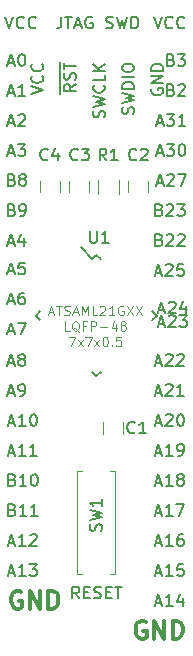
<source format=gto>
G04 #@! TF.GenerationSoftware,KiCad,Pcbnew,(5.0.0)*
G04 #@! TF.CreationDate,2018-08-22T23:15:02+02:00*
G04 #@! TF.ProjectId,SAML_BreakoutBoard,53414D4C5F427265616B6F7574426F61,rev?*
G04 #@! TF.SameCoordinates,Original*
G04 #@! TF.FileFunction,Legend,Top*
G04 #@! TF.FilePolarity,Positive*
%FSLAX46Y46*%
G04 Gerber Fmt 4.6, Leading zero omitted, Abs format (unit mm)*
G04 Created by KiCad (PCBNEW (5.0.0)) date 08/22/18 23:15:02*
%MOMM*%
%LPD*%
G01*
G04 APERTURE LIST*
%ADD10C,0.120000*%
%ADD11C,0.150000*%
%ADD12C,0.300000*%
G04 APERTURE END LIST*
D10*
X118935990Y-110217733D02*
X119316942Y-110217733D01*
X118859800Y-110446304D02*
X119126466Y-109646304D01*
X119393133Y-110446304D01*
X119545514Y-109646304D02*
X120002657Y-109646304D01*
X119774085Y-110446304D02*
X119774085Y-109646304D01*
X120231228Y-110408209D02*
X120345514Y-110446304D01*
X120535990Y-110446304D01*
X120612180Y-110408209D01*
X120650276Y-110370114D01*
X120688371Y-110293923D01*
X120688371Y-110217733D01*
X120650276Y-110141542D01*
X120612180Y-110103447D01*
X120535990Y-110065352D01*
X120383609Y-110027257D01*
X120307419Y-109989161D01*
X120269323Y-109951066D01*
X120231228Y-109874876D01*
X120231228Y-109798685D01*
X120269323Y-109722495D01*
X120307419Y-109684400D01*
X120383609Y-109646304D01*
X120574085Y-109646304D01*
X120688371Y-109684400D01*
X120993133Y-110217733D02*
X121374085Y-110217733D01*
X120916942Y-110446304D02*
X121183609Y-109646304D01*
X121450276Y-110446304D01*
X121716942Y-110446304D02*
X121716942Y-109646304D01*
X121983609Y-110217733D01*
X122250276Y-109646304D01*
X122250276Y-110446304D01*
X123012180Y-110446304D02*
X122631228Y-110446304D01*
X122631228Y-109646304D01*
X123240752Y-109722495D02*
X123278847Y-109684400D01*
X123355038Y-109646304D01*
X123545514Y-109646304D01*
X123621704Y-109684400D01*
X123659800Y-109722495D01*
X123697895Y-109798685D01*
X123697895Y-109874876D01*
X123659800Y-109989161D01*
X123202657Y-110446304D01*
X123697895Y-110446304D01*
X124459800Y-110446304D02*
X124002657Y-110446304D01*
X124231228Y-110446304D02*
X124231228Y-109646304D01*
X124155038Y-109760590D01*
X124078847Y-109836780D01*
X124002657Y-109874876D01*
X125221704Y-109684400D02*
X125145514Y-109646304D01*
X125031228Y-109646304D01*
X124916942Y-109684400D01*
X124840752Y-109760590D01*
X124802657Y-109836780D01*
X124764561Y-109989161D01*
X124764561Y-110103447D01*
X124802657Y-110255828D01*
X124840752Y-110332019D01*
X124916942Y-110408209D01*
X125031228Y-110446304D01*
X125107419Y-110446304D01*
X125221704Y-110408209D01*
X125259800Y-110370114D01*
X125259800Y-110103447D01*
X125107419Y-110103447D01*
X125526466Y-109646304D02*
X126059800Y-110446304D01*
X126059800Y-109646304D02*
X125526466Y-110446304D01*
X126288371Y-109646304D02*
X126821704Y-110446304D01*
X126821704Y-109646304D02*
X126288371Y-110446304D01*
X120688371Y-111766304D02*
X120307419Y-111766304D01*
X120307419Y-110966304D01*
X121488371Y-111842495D02*
X121412180Y-111804400D01*
X121335990Y-111728209D01*
X121221704Y-111613923D01*
X121145514Y-111575828D01*
X121069323Y-111575828D01*
X121107419Y-111766304D02*
X121031228Y-111728209D01*
X120955038Y-111652019D01*
X120916942Y-111499638D01*
X120916942Y-111232971D01*
X120955038Y-111080590D01*
X121031228Y-111004400D01*
X121107419Y-110966304D01*
X121259800Y-110966304D01*
X121335990Y-111004400D01*
X121412180Y-111080590D01*
X121450276Y-111232971D01*
X121450276Y-111499638D01*
X121412180Y-111652019D01*
X121335990Y-111728209D01*
X121259800Y-111766304D01*
X121107419Y-111766304D01*
X122059800Y-111347257D02*
X121793133Y-111347257D01*
X121793133Y-111766304D02*
X121793133Y-110966304D01*
X122174085Y-110966304D01*
X122478847Y-111766304D02*
X122478847Y-110966304D01*
X122783609Y-110966304D01*
X122859800Y-111004400D01*
X122897895Y-111042495D01*
X122935990Y-111118685D01*
X122935990Y-111232971D01*
X122897895Y-111309161D01*
X122859800Y-111347257D01*
X122783609Y-111385352D01*
X122478847Y-111385352D01*
X123278847Y-111461542D02*
X123888371Y-111461542D01*
X124612180Y-111232971D02*
X124612180Y-111766304D01*
X124421704Y-110928209D02*
X124231228Y-111499638D01*
X124726466Y-111499638D01*
X125145514Y-111309161D02*
X125069323Y-111271066D01*
X125031228Y-111232971D01*
X124993133Y-111156780D01*
X124993133Y-111118685D01*
X125031228Y-111042495D01*
X125069323Y-111004400D01*
X125145514Y-110966304D01*
X125297895Y-110966304D01*
X125374085Y-111004400D01*
X125412180Y-111042495D01*
X125450276Y-111118685D01*
X125450276Y-111156780D01*
X125412180Y-111232971D01*
X125374085Y-111271066D01*
X125297895Y-111309161D01*
X125145514Y-111309161D01*
X125069323Y-111347257D01*
X125031228Y-111385352D01*
X124993133Y-111461542D01*
X124993133Y-111613923D01*
X125031228Y-111690114D01*
X125069323Y-111728209D01*
X125145514Y-111766304D01*
X125297895Y-111766304D01*
X125374085Y-111728209D01*
X125412180Y-111690114D01*
X125450276Y-111613923D01*
X125450276Y-111461542D01*
X125412180Y-111385352D01*
X125374085Y-111347257D01*
X125297895Y-111309161D01*
X120612180Y-112286304D02*
X121145514Y-112286304D01*
X120802657Y-113086304D01*
X121374085Y-113086304D02*
X121793133Y-112552971D01*
X121374085Y-112552971D02*
X121793133Y-113086304D01*
X122021704Y-112286304D02*
X122555038Y-112286304D01*
X122212180Y-113086304D01*
X122783609Y-113086304D02*
X123202657Y-112552971D01*
X122783609Y-112552971D02*
X123202657Y-113086304D01*
X123659800Y-112286304D02*
X123735990Y-112286304D01*
X123812180Y-112324400D01*
X123850276Y-112362495D01*
X123888371Y-112438685D01*
X123926466Y-112591066D01*
X123926466Y-112781542D01*
X123888371Y-112933923D01*
X123850276Y-113010114D01*
X123812180Y-113048209D01*
X123735990Y-113086304D01*
X123659800Y-113086304D01*
X123583609Y-113048209D01*
X123545514Y-113010114D01*
X123507419Y-112933923D01*
X123469323Y-112781542D01*
X123469323Y-112591066D01*
X123507419Y-112438685D01*
X123545514Y-112362495D01*
X123583609Y-112324400D01*
X123659800Y-112286304D01*
X124269323Y-113010114D02*
X124307419Y-113048209D01*
X124269323Y-113086304D01*
X124231228Y-113048209D01*
X124269323Y-113010114D01*
X124269323Y-113086304D01*
X125031228Y-112286304D02*
X124650276Y-112286304D01*
X124612180Y-112667257D01*
X124650276Y-112629161D01*
X124726466Y-112591066D01*
X124916942Y-112591066D01*
X124993133Y-112629161D01*
X125031228Y-112667257D01*
X125069323Y-112743447D01*
X125069323Y-112933923D01*
X125031228Y-113010114D01*
X124993133Y-113048209D01*
X124916942Y-113086304D01*
X124726466Y-113086304D01*
X124650276Y-113048209D01*
X124612180Y-113010114D01*
D11*
X127825666Y-85177380D02*
X128159000Y-86177380D01*
X128492333Y-85177380D01*
X129397095Y-86082142D02*
X129349476Y-86129761D01*
X129206619Y-86177380D01*
X129111380Y-86177380D01*
X128968523Y-86129761D01*
X128873285Y-86034523D01*
X128825666Y-85939285D01*
X128778047Y-85748809D01*
X128778047Y-85605952D01*
X128825666Y-85415476D01*
X128873285Y-85320238D01*
X128968523Y-85225000D01*
X129111380Y-85177380D01*
X129206619Y-85177380D01*
X129349476Y-85225000D01*
X129397095Y-85272619D01*
X130397095Y-86082142D02*
X130349476Y-86129761D01*
X130206619Y-86177380D01*
X130111380Y-86177380D01*
X129968523Y-86129761D01*
X129873285Y-86034523D01*
X129825666Y-85939285D01*
X129778047Y-85748809D01*
X129778047Y-85605952D01*
X129825666Y-85415476D01*
X129873285Y-85320238D01*
X129968523Y-85225000D01*
X130111380Y-85177380D01*
X130206619Y-85177380D01*
X130349476Y-85225000D01*
X130397095Y-85272619D01*
X115252666Y-85177380D02*
X115586000Y-86177380D01*
X115919333Y-85177380D01*
X116824095Y-86082142D02*
X116776476Y-86129761D01*
X116633619Y-86177380D01*
X116538380Y-86177380D01*
X116395523Y-86129761D01*
X116300285Y-86034523D01*
X116252666Y-85939285D01*
X116205047Y-85748809D01*
X116205047Y-85605952D01*
X116252666Y-85415476D01*
X116300285Y-85320238D01*
X116395523Y-85225000D01*
X116538380Y-85177380D01*
X116633619Y-85177380D01*
X116776476Y-85225000D01*
X116824095Y-85272619D01*
X117824095Y-86082142D02*
X117776476Y-86129761D01*
X117633619Y-86177380D01*
X117538380Y-86177380D01*
X117395523Y-86129761D01*
X117300285Y-86034523D01*
X117252666Y-85939285D01*
X117205047Y-85748809D01*
X117205047Y-85605952D01*
X117252666Y-85415476D01*
X117300285Y-85320238D01*
X117395523Y-85225000D01*
X117538380Y-85177380D01*
X117633619Y-85177380D01*
X117776476Y-85225000D01*
X117824095Y-85272619D01*
X119967761Y-85177380D02*
X119967761Y-85891666D01*
X119920142Y-86034523D01*
X119824904Y-86129761D01*
X119682047Y-86177380D01*
X119586809Y-86177380D01*
X120301095Y-85177380D02*
X120872523Y-85177380D01*
X120586809Y-86177380D02*
X120586809Y-85177380D01*
X121158238Y-85891666D02*
X121634428Y-85891666D01*
X121063000Y-86177380D02*
X121396333Y-85177380D01*
X121729666Y-86177380D01*
X122586809Y-85225000D02*
X122491571Y-85177380D01*
X122348714Y-85177380D01*
X122205857Y-85225000D01*
X122110619Y-85320238D01*
X122063000Y-85415476D01*
X122015380Y-85605952D01*
X122015380Y-85748809D01*
X122063000Y-85939285D01*
X122110619Y-86034523D01*
X122205857Y-86129761D01*
X122348714Y-86177380D01*
X122443952Y-86177380D01*
X122586809Y-86129761D01*
X122634428Y-86082142D01*
X122634428Y-85748809D01*
X122443952Y-85748809D01*
X123777285Y-86129761D02*
X123920142Y-86177380D01*
X124158238Y-86177380D01*
X124253476Y-86129761D01*
X124301095Y-86082142D01*
X124348714Y-85986904D01*
X124348714Y-85891666D01*
X124301095Y-85796428D01*
X124253476Y-85748809D01*
X124158238Y-85701190D01*
X123967761Y-85653571D01*
X123872523Y-85605952D01*
X123824904Y-85558333D01*
X123777285Y-85463095D01*
X123777285Y-85367857D01*
X123824904Y-85272619D01*
X123872523Y-85225000D01*
X123967761Y-85177380D01*
X124205857Y-85177380D01*
X124348714Y-85225000D01*
X124682047Y-85177380D02*
X124920142Y-86177380D01*
X125110619Y-85463095D01*
X125301095Y-86177380D01*
X125539190Y-85177380D01*
X125920142Y-86177380D02*
X125920142Y-85177380D01*
X126158238Y-85177380D01*
X126301095Y-85225000D01*
X126396333Y-85320238D01*
X126443952Y-85415476D01*
X126491571Y-85605952D01*
X126491571Y-85748809D01*
X126443952Y-85939285D01*
X126396333Y-86034523D01*
X126301095Y-86129761D01*
X126158238Y-86177380D01*
X125920142Y-86177380D01*
D12*
X116586142Y-133870000D02*
X116443285Y-133798571D01*
X116229000Y-133798571D01*
X116014714Y-133870000D01*
X115871857Y-134012857D01*
X115800428Y-134155714D01*
X115729000Y-134441428D01*
X115729000Y-134655714D01*
X115800428Y-134941428D01*
X115871857Y-135084285D01*
X116014714Y-135227142D01*
X116229000Y-135298571D01*
X116371857Y-135298571D01*
X116586142Y-135227142D01*
X116657571Y-135155714D01*
X116657571Y-134655714D01*
X116371857Y-134655714D01*
X117300428Y-135298571D02*
X117300428Y-133798571D01*
X118157571Y-135298571D01*
X118157571Y-133798571D01*
X118871857Y-135298571D02*
X118871857Y-133798571D01*
X119229000Y-133798571D01*
X119443285Y-133870000D01*
X119586142Y-134012857D01*
X119657571Y-134155714D01*
X119729000Y-134441428D01*
X119729000Y-134655714D01*
X119657571Y-134941428D01*
X119586142Y-135084285D01*
X119443285Y-135227142D01*
X119229000Y-135298571D01*
X118871857Y-135298571D01*
X127127142Y-136410000D02*
X126984285Y-136338571D01*
X126770000Y-136338571D01*
X126555714Y-136410000D01*
X126412857Y-136552857D01*
X126341428Y-136695714D01*
X126270000Y-136981428D01*
X126270000Y-137195714D01*
X126341428Y-137481428D01*
X126412857Y-137624285D01*
X126555714Y-137767142D01*
X126770000Y-137838571D01*
X126912857Y-137838571D01*
X127127142Y-137767142D01*
X127198571Y-137695714D01*
X127198571Y-137195714D01*
X126912857Y-137195714D01*
X127841428Y-137838571D02*
X127841428Y-136338571D01*
X128698571Y-137838571D01*
X128698571Y-136338571D01*
X129412857Y-137838571D02*
X129412857Y-136338571D01*
X129770000Y-136338571D01*
X129984285Y-136410000D01*
X130127142Y-136552857D01*
X130198571Y-136695714D01*
X130270000Y-136981428D01*
X130270000Y-137195714D01*
X130198571Y-137481428D01*
X130127142Y-137624285D01*
X129984285Y-137767142D01*
X129770000Y-137838571D01*
X129412857Y-137838571D01*
D11*
X121483619Y-134437380D02*
X121150285Y-133961190D01*
X120912190Y-134437380D02*
X120912190Y-133437380D01*
X121293142Y-133437380D01*
X121388380Y-133485000D01*
X121436000Y-133532619D01*
X121483619Y-133627857D01*
X121483619Y-133770714D01*
X121436000Y-133865952D01*
X121388380Y-133913571D01*
X121293142Y-133961190D01*
X120912190Y-133961190D01*
X121912190Y-133913571D02*
X122245523Y-133913571D01*
X122388380Y-134437380D02*
X121912190Y-134437380D01*
X121912190Y-133437380D01*
X122388380Y-133437380D01*
X122769333Y-134389761D02*
X122912190Y-134437380D01*
X123150285Y-134437380D01*
X123245523Y-134389761D01*
X123293142Y-134342142D01*
X123340761Y-134246904D01*
X123340761Y-134151666D01*
X123293142Y-134056428D01*
X123245523Y-134008809D01*
X123150285Y-133961190D01*
X122959809Y-133913571D01*
X122864571Y-133865952D01*
X122816952Y-133818333D01*
X122769333Y-133723095D01*
X122769333Y-133627857D01*
X122816952Y-133532619D01*
X122864571Y-133485000D01*
X122959809Y-133437380D01*
X123197904Y-133437380D01*
X123340761Y-133485000D01*
X123769333Y-133913571D02*
X124102666Y-133913571D01*
X124245523Y-134437380D02*
X123769333Y-134437380D01*
X123769333Y-133437380D01*
X124245523Y-133437380D01*
X124531238Y-133437380D02*
X125102666Y-133437380D01*
X124816952Y-134437380D02*
X124816952Y-133437380D01*
X129262238Y-88828571D02*
X129405095Y-88876190D01*
X129452714Y-88923809D01*
X129500333Y-89019047D01*
X129500333Y-89161904D01*
X129452714Y-89257142D01*
X129405095Y-89304761D01*
X129309857Y-89352380D01*
X128928904Y-89352380D01*
X128928904Y-88352380D01*
X129262238Y-88352380D01*
X129357476Y-88400000D01*
X129405095Y-88447619D01*
X129452714Y-88542857D01*
X129452714Y-88638095D01*
X129405095Y-88733333D01*
X129357476Y-88780952D01*
X129262238Y-88828571D01*
X128928904Y-88828571D01*
X129833666Y-88352380D02*
X130452714Y-88352380D01*
X130119380Y-88733333D01*
X130262238Y-88733333D01*
X130357476Y-88780952D01*
X130405095Y-88828571D01*
X130452714Y-88923809D01*
X130452714Y-89161904D01*
X130405095Y-89257142D01*
X130357476Y-89304761D01*
X130262238Y-89352380D01*
X129976523Y-89352380D01*
X129881285Y-89304761D01*
X129833666Y-89257142D01*
X129262238Y-91368571D02*
X129405095Y-91416190D01*
X129452714Y-91463809D01*
X129500333Y-91559047D01*
X129500333Y-91701904D01*
X129452714Y-91797142D01*
X129405095Y-91844761D01*
X129309857Y-91892380D01*
X128928904Y-91892380D01*
X128928904Y-90892380D01*
X129262238Y-90892380D01*
X129357476Y-90940000D01*
X129405095Y-90987619D01*
X129452714Y-91082857D01*
X129452714Y-91178095D01*
X129405095Y-91273333D01*
X129357476Y-91320952D01*
X129262238Y-91368571D01*
X128928904Y-91368571D01*
X129881285Y-90987619D02*
X129928904Y-90940000D01*
X130024142Y-90892380D01*
X130262238Y-90892380D01*
X130357476Y-90940000D01*
X130405095Y-90987619D01*
X130452714Y-91082857D01*
X130452714Y-91178095D01*
X130405095Y-91320952D01*
X129833666Y-91892380D01*
X130452714Y-91892380D01*
X128095523Y-94146666D02*
X128571714Y-94146666D01*
X128000285Y-94432380D02*
X128333619Y-93432380D01*
X128666952Y-94432380D01*
X128905047Y-93432380D02*
X129524095Y-93432380D01*
X129190761Y-93813333D01*
X129333619Y-93813333D01*
X129428857Y-93860952D01*
X129476476Y-93908571D01*
X129524095Y-94003809D01*
X129524095Y-94241904D01*
X129476476Y-94337142D01*
X129428857Y-94384761D01*
X129333619Y-94432380D01*
X129047904Y-94432380D01*
X128952666Y-94384761D01*
X128905047Y-94337142D01*
X130476476Y-94432380D02*
X129905047Y-94432380D01*
X130190761Y-94432380D02*
X130190761Y-93432380D01*
X130095523Y-93575238D01*
X130000285Y-93670476D01*
X129905047Y-93718095D01*
X128095523Y-96686666D02*
X128571714Y-96686666D01*
X128000285Y-96972380D02*
X128333619Y-95972380D01*
X128666952Y-96972380D01*
X128905047Y-95972380D02*
X129524095Y-95972380D01*
X129190761Y-96353333D01*
X129333619Y-96353333D01*
X129428857Y-96400952D01*
X129476476Y-96448571D01*
X129524095Y-96543809D01*
X129524095Y-96781904D01*
X129476476Y-96877142D01*
X129428857Y-96924761D01*
X129333619Y-96972380D01*
X129047904Y-96972380D01*
X128952666Y-96924761D01*
X128905047Y-96877142D01*
X130143142Y-95972380D02*
X130238380Y-95972380D01*
X130333619Y-96020000D01*
X130381238Y-96067619D01*
X130428857Y-96162857D01*
X130476476Y-96353333D01*
X130476476Y-96591428D01*
X130428857Y-96781904D01*
X130381238Y-96877142D01*
X130333619Y-96924761D01*
X130238380Y-96972380D01*
X130143142Y-96972380D01*
X130047904Y-96924761D01*
X130000285Y-96877142D01*
X129952666Y-96781904D01*
X129905047Y-96591428D01*
X129905047Y-96353333D01*
X129952666Y-96162857D01*
X130000285Y-96067619D01*
X130047904Y-96020000D01*
X130143142Y-95972380D01*
X128095523Y-99226666D02*
X128571714Y-99226666D01*
X128000285Y-99512380D02*
X128333619Y-98512380D01*
X128666952Y-99512380D01*
X128952666Y-98607619D02*
X129000285Y-98560000D01*
X129095523Y-98512380D01*
X129333619Y-98512380D01*
X129428857Y-98560000D01*
X129476476Y-98607619D01*
X129524095Y-98702857D01*
X129524095Y-98798095D01*
X129476476Y-98940952D01*
X128905047Y-99512380D01*
X129524095Y-99512380D01*
X129857428Y-98512380D02*
X130524095Y-98512380D01*
X130095523Y-99512380D01*
X128278047Y-101528571D02*
X128420904Y-101576190D01*
X128468523Y-101623809D01*
X128516142Y-101719047D01*
X128516142Y-101861904D01*
X128468523Y-101957142D01*
X128420904Y-102004761D01*
X128325666Y-102052380D01*
X127944714Y-102052380D01*
X127944714Y-101052380D01*
X128278047Y-101052380D01*
X128373285Y-101100000D01*
X128420904Y-101147619D01*
X128468523Y-101242857D01*
X128468523Y-101338095D01*
X128420904Y-101433333D01*
X128373285Y-101480952D01*
X128278047Y-101528571D01*
X127944714Y-101528571D01*
X128897095Y-101147619D02*
X128944714Y-101100000D01*
X129039952Y-101052380D01*
X129278047Y-101052380D01*
X129373285Y-101100000D01*
X129420904Y-101147619D01*
X129468523Y-101242857D01*
X129468523Y-101338095D01*
X129420904Y-101480952D01*
X128849476Y-102052380D01*
X129468523Y-102052380D01*
X129801857Y-101052380D02*
X130420904Y-101052380D01*
X130087571Y-101433333D01*
X130230428Y-101433333D01*
X130325666Y-101480952D01*
X130373285Y-101528571D01*
X130420904Y-101623809D01*
X130420904Y-101861904D01*
X130373285Y-101957142D01*
X130325666Y-102004761D01*
X130230428Y-102052380D01*
X129944714Y-102052380D01*
X129849476Y-102004761D01*
X129801857Y-101957142D01*
X128278047Y-104068571D02*
X128420904Y-104116190D01*
X128468523Y-104163809D01*
X128516142Y-104259047D01*
X128516142Y-104401904D01*
X128468523Y-104497142D01*
X128420904Y-104544761D01*
X128325666Y-104592380D01*
X127944714Y-104592380D01*
X127944714Y-103592380D01*
X128278047Y-103592380D01*
X128373285Y-103640000D01*
X128420904Y-103687619D01*
X128468523Y-103782857D01*
X128468523Y-103878095D01*
X128420904Y-103973333D01*
X128373285Y-104020952D01*
X128278047Y-104068571D01*
X127944714Y-104068571D01*
X128897095Y-103687619D02*
X128944714Y-103640000D01*
X129039952Y-103592380D01*
X129278047Y-103592380D01*
X129373285Y-103640000D01*
X129420904Y-103687619D01*
X129468523Y-103782857D01*
X129468523Y-103878095D01*
X129420904Y-104020952D01*
X128849476Y-104592380D01*
X129468523Y-104592380D01*
X129849476Y-103687619D02*
X129897095Y-103640000D01*
X129992333Y-103592380D01*
X130230428Y-103592380D01*
X130325666Y-103640000D01*
X130373285Y-103687619D01*
X130420904Y-103782857D01*
X130420904Y-103878095D01*
X130373285Y-104020952D01*
X129801857Y-104592380D01*
X130420904Y-104592380D01*
X127968523Y-106846666D02*
X128444714Y-106846666D01*
X127873285Y-107132380D02*
X128206619Y-106132380D01*
X128539952Y-107132380D01*
X128825666Y-106227619D02*
X128873285Y-106180000D01*
X128968523Y-106132380D01*
X129206619Y-106132380D01*
X129301857Y-106180000D01*
X129349476Y-106227619D01*
X129397095Y-106322857D01*
X129397095Y-106418095D01*
X129349476Y-106560952D01*
X128778047Y-107132380D01*
X129397095Y-107132380D01*
X130301857Y-106132380D02*
X129825666Y-106132380D01*
X129778047Y-106608571D01*
X129825666Y-106560952D01*
X129920904Y-106513333D01*
X130159000Y-106513333D01*
X130254238Y-106560952D01*
X130301857Y-106608571D01*
X130349476Y-106703809D01*
X130349476Y-106941904D01*
X130301857Y-107037142D01*
X130254238Y-107084761D01*
X130159000Y-107132380D01*
X129920904Y-107132380D01*
X129825666Y-107084761D01*
X129778047Y-107037142D01*
X128222523Y-110021666D02*
X128698714Y-110021666D01*
X128127285Y-110307380D02*
X128460619Y-109307380D01*
X128793952Y-110307380D01*
X129079666Y-109402619D02*
X129127285Y-109355000D01*
X129222523Y-109307380D01*
X129460619Y-109307380D01*
X129555857Y-109355000D01*
X129603476Y-109402619D01*
X129651095Y-109497857D01*
X129651095Y-109593095D01*
X129603476Y-109735952D01*
X129032047Y-110307380D01*
X129651095Y-110307380D01*
X130508238Y-109640714D02*
X130508238Y-110307380D01*
X130270142Y-109259761D02*
X130032047Y-109974047D01*
X130651095Y-109974047D01*
X128222523Y-111164666D02*
X128698714Y-111164666D01*
X128127285Y-111450380D02*
X128460619Y-110450380D01*
X128793952Y-111450380D01*
X129079666Y-110545619D02*
X129127285Y-110498000D01*
X129222523Y-110450380D01*
X129460619Y-110450380D01*
X129555857Y-110498000D01*
X129603476Y-110545619D01*
X129651095Y-110640857D01*
X129651095Y-110736095D01*
X129603476Y-110878952D01*
X129032047Y-111450380D01*
X129651095Y-111450380D01*
X129984428Y-110450380D02*
X130603476Y-110450380D01*
X130270142Y-110831333D01*
X130413000Y-110831333D01*
X130508238Y-110878952D01*
X130555857Y-110926571D01*
X130603476Y-111021809D01*
X130603476Y-111259904D01*
X130555857Y-111355142D01*
X130508238Y-111402761D01*
X130413000Y-111450380D01*
X130127285Y-111450380D01*
X130032047Y-111402761D01*
X129984428Y-111355142D01*
X127968523Y-114466666D02*
X128444714Y-114466666D01*
X127873285Y-114752380D02*
X128206619Y-113752380D01*
X128539952Y-114752380D01*
X128825666Y-113847619D02*
X128873285Y-113800000D01*
X128968523Y-113752380D01*
X129206619Y-113752380D01*
X129301857Y-113800000D01*
X129349476Y-113847619D01*
X129397095Y-113942857D01*
X129397095Y-114038095D01*
X129349476Y-114180952D01*
X128778047Y-114752380D01*
X129397095Y-114752380D01*
X129778047Y-113847619D02*
X129825666Y-113800000D01*
X129920904Y-113752380D01*
X130159000Y-113752380D01*
X130254238Y-113800000D01*
X130301857Y-113847619D01*
X130349476Y-113942857D01*
X130349476Y-114038095D01*
X130301857Y-114180952D01*
X129730428Y-114752380D01*
X130349476Y-114752380D01*
X127968523Y-117006666D02*
X128444714Y-117006666D01*
X127873285Y-117292380D02*
X128206619Y-116292380D01*
X128539952Y-117292380D01*
X128825666Y-116387619D02*
X128873285Y-116340000D01*
X128968523Y-116292380D01*
X129206619Y-116292380D01*
X129301857Y-116340000D01*
X129349476Y-116387619D01*
X129397095Y-116482857D01*
X129397095Y-116578095D01*
X129349476Y-116720952D01*
X128778047Y-117292380D01*
X129397095Y-117292380D01*
X130349476Y-117292380D02*
X129778047Y-117292380D01*
X130063761Y-117292380D02*
X130063761Y-116292380D01*
X129968523Y-116435238D01*
X129873285Y-116530476D01*
X129778047Y-116578095D01*
X127968523Y-119546666D02*
X128444714Y-119546666D01*
X127873285Y-119832380D02*
X128206619Y-118832380D01*
X128539952Y-119832380D01*
X128825666Y-118927619D02*
X128873285Y-118880000D01*
X128968523Y-118832380D01*
X129206619Y-118832380D01*
X129301857Y-118880000D01*
X129349476Y-118927619D01*
X129397095Y-119022857D01*
X129397095Y-119118095D01*
X129349476Y-119260952D01*
X128778047Y-119832380D01*
X129397095Y-119832380D01*
X130016142Y-118832380D02*
X130111380Y-118832380D01*
X130206619Y-118880000D01*
X130254238Y-118927619D01*
X130301857Y-119022857D01*
X130349476Y-119213333D01*
X130349476Y-119451428D01*
X130301857Y-119641904D01*
X130254238Y-119737142D01*
X130206619Y-119784761D01*
X130111380Y-119832380D01*
X130016142Y-119832380D01*
X129920904Y-119784761D01*
X129873285Y-119737142D01*
X129825666Y-119641904D01*
X129778047Y-119451428D01*
X129778047Y-119213333D01*
X129825666Y-119022857D01*
X129873285Y-118927619D01*
X129920904Y-118880000D01*
X130016142Y-118832380D01*
X127968523Y-122086666D02*
X128444714Y-122086666D01*
X127873285Y-122372380D02*
X128206619Y-121372380D01*
X128539952Y-122372380D01*
X129397095Y-122372380D02*
X128825666Y-122372380D01*
X129111380Y-122372380D02*
X129111380Y-121372380D01*
X129016142Y-121515238D01*
X128920904Y-121610476D01*
X128825666Y-121658095D01*
X129873285Y-122372380D02*
X130063761Y-122372380D01*
X130159000Y-122324761D01*
X130206619Y-122277142D01*
X130301857Y-122134285D01*
X130349476Y-121943809D01*
X130349476Y-121562857D01*
X130301857Y-121467619D01*
X130254238Y-121420000D01*
X130159000Y-121372380D01*
X129968523Y-121372380D01*
X129873285Y-121420000D01*
X129825666Y-121467619D01*
X129778047Y-121562857D01*
X129778047Y-121800952D01*
X129825666Y-121896190D01*
X129873285Y-121943809D01*
X129968523Y-121991428D01*
X130159000Y-121991428D01*
X130254238Y-121943809D01*
X130301857Y-121896190D01*
X130349476Y-121800952D01*
X127968523Y-124626666D02*
X128444714Y-124626666D01*
X127873285Y-124912380D02*
X128206619Y-123912380D01*
X128539952Y-124912380D01*
X129397095Y-124912380D02*
X128825666Y-124912380D01*
X129111380Y-124912380D02*
X129111380Y-123912380D01*
X129016142Y-124055238D01*
X128920904Y-124150476D01*
X128825666Y-124198095D01*
X129968523Y-124340952D02*
X129873285Y-124293333D01*
X129825666Y-124245714D01*
X129778047Y-124150476D01*
X129778047Y-124102857D01*
X129825666Y-124007619D01*
X129873285Y-123960000D01*
X129968523Y-123912380D01*
X130159000Y-123912380D01*
X130254238Y-123960000D01*
X130301857Y-124007619D01*
X130349476Y-124102857D01*
X130349476Y-124150476D01*
X130301857Y-124245714D01*
X130254238Y-124293333D01*
X130159000Y-124340952D01*
X129968523Y-124340952D01*
X129873285Y-124388571D01*
X129825666Y-124436190D01*
X129778047Y-124531428D01*
X129778047Y-124721904D01*
X129825666Y-124817142D01*
X129873285Y-124864761D01*
X129968523Y-124912380D01*
X130159000Y-124912380D01*
X130254238Y-124864761D01*
X130301857Y-124817142D01*
X130349476Y-124721904D01*
X130349476Y-124531428D01*
X130301857Y-124436190D01*
X130254238Y-124388571D01*
X130159000Y-124340952D01*
X127968523Y-127166666D02*
X128444714Y-127166666D01*
X127873285Y-127452380D02*
X128206619Y-126452380D01*
X128539952Y-127452380D01*
X129397095Y-127452380D02*
X128825666Y-127452380D01*
X129111380Y-127452380D02*
X129111380Y-126452380D01*
X129016142Y-126595238D01*
X128920904Y-126690476D01*
X128825666Y-126738095D01*
X129730428Y-126452380D02*
X130397095Y-126452380D01*
X129968523Y-127452380D01*
X127968523Y-129706666D02*
X128444714Y-129706666D01*
X127873285Y-129992380D02*
X128206619Y-128992380D01*
X128539952Y-129992380D01*
X129397095Y-129992380D02*
X128825666Y-129992380D01*
X129111380Y-129992380D02*
X129111380Y-128992380D01*
X129016142Y-129135238D01*
X128920904Y-129230476D01*
X128825666Y-129278095D01*
X130254238Y-128992380D02*
X130063761Y-128992380D01*
X129968523Y-129040000D01*
X129920904Y-129087619D01*
X129825666Y-129230476D01*
X129778047Y-129420952D01*
X129778047Y-129801904D01*
X129825666Y-129897142D01*
X129873285Y-129944761D01*
X129968523Y-129992380D01*
X130159000Y-129992380D01*
X130254238Y-129944761D01*
X130301857Y-129897142D01*
X130349476Y-129801904D01*
X130349476Y-129563809D01*
X130301857Y-129468571D01*
X130254238Y-129420952D01*
X130159000Y-129373333D01*
X129968523Y-129373333D01*
X129873285Y-129420952D01*
X129825666Y-129468571D01*
X129778047Y-129563809D01*
X127968523Y-132246666D02*
X128444714Y-132246666D01*
X127873285Y-132532380D02*
X128206619Y-131532380D01*
X128539952Y-132532380D01*
X129397095Y-132532380D02*
X128825666Y-132532380D01*
X129111380Y-132532380D02*
X129111380Y-131532380D01*
X129016142Y-131675238D01*
X128920904Y-131770476D01*
X128825666Y-131818095D01*
X130301857Y-131532380D02*
X129825666Y-131532380D01*
X129778047Y-132008571D01*
X129825666Y-131960952D01*
X129920904Y-131913333D01*
X130159000Y-131913333D01*
X130254238Y-131960952D01*
X130301857Y-132008571D01*
X130349476Y-132103809D01*
X130349476Y-132341904D01*
X130301857Y-132437142D01*
X130254238Y-132484761D01*
X130159000Y-132532380D01*
X129920904Y-132532380D01*
X129825666Y-132484761D01*
X129778047Y-132437142D01*
X127968523Y-134786666D02*
X128444714Y-134786666D01*
X127873285Y-135072380D02*
X128206619Y-134072380D01*
X128539952Y-135072380D01*
X129397095Y-135072380D02*
X128825666Y-135072380D01*
X129111380Y-135072380D02*
X129111380Y-134072380D01*
X129016142Y-134215238D01*
X128920904Y-134310476D01*
X128825666Y-134358095D01*
X130254238Y-134405714D02*
X130254238Y-135072380D01*
X130016142Y-134024761D02*
X129778047Y-134739047D01*
X130397095Y-134739047D01*
X115522523Y-132246666D02*
X115998714Y-132246666D01*
X115427285Y-132532380D02*
X115760619Y-131532380D01*
X116093952Y-132532380D01*
X116951095Y-132532380D02*
X116379666Y-132532380D01*
X116665380Y-132532380D02*
X116665380Y-131532380D01*
X116570142Y-131675238D01*
X116474904Y-131770476D01*
X116379666Y-131818095D01*
X117284428Y-131532380D02*
X117903476Y-131532380D01*
X117570142Y-131913333D01*
X117713000Y-131913333D01*
X117808238Y-131960952D01*
X117855857Y-132008571D01*
X117903476Y-132103809D01*
X117903476Y-132341904D01*
X117855857Y-132437142D01*
X117808238Y-132484761D01*
X117713000Y-132532380D01*
X117427285Y-132532380D01*
X117332047Y-132484761D01*
X117284428Y-132437142D01*
X115522523Y-129706666D02*
X115998714Y-129706666D01*
X115427285Y-129992380D02*
X115760619Y-128992380D01*
X116093952Y-129992380D01*
X116951095Y-129992380D02*
X116379666Y-129992380D01*
X116665380Y-129992380D02*
X116665380Y-128992380D01*
X116570142Y-129135238D01*
X116474904Y-129230476D01*
X116379666Y-129278095D01*
X117332047Y-129087619D02*
X117379666Y-129040000D01*
X117474904Y-128992380D01*
X117713000Y-128992380D01*
X117808238Y-129040000D01*
X117855857Y-129087619D01*
X117903476Y-129182857D01*
X117903476Y-129278095D01*
X117855857Y-129420952D01*
X117284428Y-129992380D01*
X117903476Y-129992380D01*
X115832047Y-126928571D02*
X115974904Y-126976190D01*
X116022523Y-127023809D01*
X116070142Y-127119047D01*
X116070142Y-127261904D01*
X116022523Y-127357142D01*
X115974904Y-127404761D01*
X115879666Y-127452380D01*
X115498714Y-127452380D01*
X115498714Y-126452380D01*
X115832047Y-126452380D01*
X115927285Y-126500000D01*
X115974904Y-126547619D01*
X116022523Y-126642857D01*
X116022523Y-126738095D01*
X115974904Y-126833333D01*
X115927285Y-126880952D01*
X115832047Y-126928571D01*
X115498714Y-126928571D01*
X117022523Y-127452380D02*
X116451095Y-127452380D01*
X116736809Y-127452380D02*
X116736809Y-126452380D01*
X116641571Y-126595238D01*
X116546333Y-126690476D01*
X116451095Y-126738095D01*
X117974904Y-127452380D02*
X117403476Y-127452380D01*
X117689190Y-127452380D02*
X117689190Y-126452380D01*
X117593952Y-126595238D01*
X117498714Y-126690476D01*
X117403476Y-126738095D01*
X115832047Y-124388571D02*
X115974904Y-124436190D01*
X116022523Y-124483809D01*
X116070142Y-124579047D01*
X116070142Y-124721904D01*
X116022523Y-124817142D01*
X115974904Y-124864761D01*
X115879666Y-124912380D01*
X115498714Y-124912380D01*
X115498714Y-123912380D01*
X115832047Y-123912380D01*
X115927285Y-123960000D01*
X115974904Y-124007619D01*
X116022523Y-124102857D01*
X116022523Y-124198095D01*
X115974904Y-124293333D01*
X115927285Y-124340952D01*
X115832047Y-124388571D01*
X115498714Y-124388571D01*
X117022523Y-124912380D02*
X116451095Y-124912380D01*
X116736809Y-124912380D02*
X116736809Y-123912380D01*
X116641571Y-124055238D01*
X116546333Y-124150476D01*
X116451095Y-124198095D01*
X117641571Y-123912380D02*
X117736809Y-123912380D01*
X117832047Y-123960000D01*
X117879666Y-124007619D01*
X117927285Y-124102857D01*
X117974904Y-124293333D01*
X117974904Y-124531428D01*
X117927285Y-124721904D01*
X117879666Y-124817142D01*
X117832047Y-124864761D01*
X117736809Y-124912380D01*
X117641571Y-124912380D01*
X117546333Y-124864761D01*
X117498714Y-124817142D01*
X117451095Y-124721904D01*
X117403476Y-124531428D01*
X117403476Y-124293333D01*
X117451095Y-124102857D01*
X117498714Y-124007619D01*
X117546333Y-123960000D01*
X117641571Y-123912380D01*
X115522523Y-122086666D02*
X115998714Y-122086666D01*
X115427285Y-122372380D02*
X115760619Y-121372380D01*
X116093952Y-122372380D01*
X116951095Y-122372380D02*
X116379666Y-122372380D01*
X116665380Y-122372380D02*
X116665380Y-121372380D01*
X116570142Y-121515238D01*
X116474904Y-121610476D01*
X116379666Y-121658095D01*
X117903476Y-122372380D02*
X117332047Y-122372380D01*
X117617761Y-122372380D02*
X117617761Y-121372380D01*
X117522523Y-121515238D01*
X117427285Y-121610476D01*
X117332047Y-121658095D01*
X115522523Y-119546666D02*
X115998714Y-119546666D01*
X115427285Y-119832380D02*
X115760619Y-118832380D01*
X116093952Y-119832380D01*
X116951095Y-119832380D02*
X116379666Y-119832380D01*
X116665380Y-119832380D02*
X116665380Y-118832380D01*
X116570142Y-118975238D01*
X116474904Y-119070476D01*
X116379666Y-119118095D01*
X117570142Y-118832380D02*
X117665380Y-118832380D01*
X117760619Y-118880000D01*
X117808238Y-118927619D01*
X117855857Y-119022857D01*
X117903476Y-119213333D01*
X117903476Y-119451428D01*
X117855857Y-119641904D01*
X117808238Y-119737142D01*
X117760619Y-119784761D01*
X117665380Y-119832380D01*
X117570142Y-119832380D01*
X117474904Y-119784761D01*
X117427285Y-119737142D01*
X117379666Y-119641904D01*
X117332047Y-119451428D01*
X117332047Y-119213333D01*
X117379666Y-119022857D01*
X117427285Y-118927619D01*
X117474904Y-118880000D01*
X117570142Y-118832380D01*
X115490714Y-117006666D02*
X115966904Y-117006666D01*
X115395476Y-117292380D02*
X115728809Y-116292380D01*
X116062142Y-117292380D01*
X116443095Y-117292380D02*
X116633571Y-117292380D01*
X116728809Y-117244761D01*
X116776428Y-117197142D01*
X116871666Y-117054285D01*
X116919285Y-116863809D01*
X116919285Y-116482857D01*
X116871666Y-116387619D01*
X116824047Y-116340000D01*
X116728809Y-116292380D01*
X116538333Y-116292380D01*
X116443095Y-116340000D01*
X116395476Y-116387619D01*
X116347857Y-116482857D01*
X116347857Y-116720952D01*
X116395476Y-116816190D01*
X116443095Y-116863809D01*
X116538333Y-116911428D01*
X116728809Y-116911428D01*
X116824047Y-116863809D01*
X116871666Y-116816190D01*
X116919285Y-116720952D01*
X115490714Y-114466666D02*
X115966904Y-114466666D01*
X115395476Y-114752380D02*
X115728809Y-113752380D01*
X116062142Y-114752380D01*
X116538333Y-114180952D02*
X116443095Y-114133333D01*
X116395476Y-114085714D01*
X116347857Y-113990476D01*
X116347857Y-113942857D01*
X116395476Y-113847619D01*
X116443095Y-113800000D01*
X116538333Y-113752380D01*
X116728809Y-113752380D01*
X116824047Y-113800000D01*
X116871666Y-113847619D01*
X116919285Y-113942857D01*
X116919285Y-113990476D01*
X116871666Y-114085714D01*
X116824047Y-114133333D01*
X116728809Y-114180952D01*
X116538333Y-114180952D01*
X116443095Y-114228571D01*
X116395476Y-114276190D01*
X116347857Y-114371428D01*
X116347857Y-114561904D01*
X116395476Y-114657142D01*
X116443095Y-114704761D01*
X116538333Y-114752380D01*
X116728809Y-114752380D01*
X116824047Y-114704761D01*
X116871666Y-114657142D01*
X116919285Y-114561904D01*
X116919285Y-114371428D01*
X116871666Y-114276190D01*
X116824047Y-114228571D01*
X116728809Y-114180952D01*
X115490714Y-111799666D02*
X115966904Y-111799666D01*
X115395476Y-112085380D02*
X115728809Y-111085380D01*
X116062142Y-112085380D01*
X116300238Y-111085380D02*
X116966904Y-111085380D01*
X116538333Y-112085380D01*
X115490714Y-109259666D02*
X115966904Y-109259666D01*
X115395476Y-109545380D02*
X115728809Y-108545380D01*
X116062142Y-109545380D01*
X116824047Y-108545380D02*
X116633571Y-108545380D01*
X116538333Y-108593000D01*
X116490714Y-108640619D01*
X116395476Y-108783476D01*
X116347857Y-108973952D01*
X116347857Y-109354904D01*
X116395476Y-109450142D01*
X116443095Y-109497761D01*
X116538333Y-109545380D01*
X116728809Y-109545380D01*
X116824047Y-109497761D01*
X116871666Y-109450142D01*
X116919285Y-109354904D01*
X116919285Y-109116809D01*
X116871666Y-109021571D01*
X116824047Y-108973952D01*
X116728809Y-108926333D01*
X116538333Y-108926333D01*
X116443095Y-108973952D01*
X116395476Y-109021571D01*
X116347857Y-109116809D01*
X115490714Y-106719666D02*
X115966904Y-106719666D01*
X115395476Y-107005380D02*
X115728809Y-106005380D01*
X116062142Y-107005380D01*
X116871666Y-106005380D02*
X116395476Y-106005380D01*
X116347857Y-106481571D01*
X116395476Y-106433952D01*
X116490714Y-106386333D01*
X116728809Y-106386333D01*
X116824047Y-106433952D01*
X116871666Y-106481571D01*
X116919285Y-106576809D01*
X116919285Y-106814904D01*
X116871666Y-106910142D01*
X116824047Y-106957761D01*
X116728809Y-107005380D01*
X116490714Y-107005380D01*
X116395476Y-106957761D01*
X116347857Y-106910142D01*
X115490714Y-104306666D02*
X115966904Y-104306666D01*
X115395476Y-104592380D02*
X115728809Y-103592380D01*
X116062142Y-104592380D01*
X116824047Y-103925714D02*
X116824047Y-104592380D01*
X116585952Y-103544761D02*
X116347857Y-104259047D01*
X116966904Y-104259047D01*
X115800238Y-101528571D02*
X115943095Y-101576190D01*
X115990714Y-101623809D01*
X116038333Y-101719047D01*
X116038333Y-101861904D01*
X115990714Y-101957142D01*
X115943095Y-102004761D01*
X115847857Y-102052380D01*
X115466904Y-102052380D01*
X115466904Y-101052380D01*
X115800238Y-101052380D01*
X115895476Y-101100000D01*
X115943095Y-101147619D01*
X115990714Y-101242857D01*
X115990714Y-101338095D01*
X115943095Y-101433333D01*
X115895476Y-101480952D01*
X115800238Y-101528571D01*
X115466904Y-101528571D01*
X116514523Y-102052380D02*
X116705000Y-102052380D01*
X116800238Y-102004761D01*
X116847857Y-101957142D01*
X116943095Y-101814285D01*
X116990714Y-101623809D01*
X116990714Y-101242857D01*
X116943095Y-101147619D01*
X116895476Y-101100000D01*
X116800238Y-101052380D01*
X116609761Y-101052380D01*
X116514523Y-101100000D01*
X116466904Y-101147619D01*
X116419285Y-101242857D01*
X116419285Y-101480952D01*
X116466904Y-101576190D01*
X116514523Y-101623809D01*
X116609761Y-101671428D01*
X116800238Y-101671428D01*
X116895476Y-101623809D01*
X116943095Y-101576190D01*
X116990714Y-101480952D01*
X115800238Y-98988571D02*
X115943095Y-99036190D01*
X115990714Y-99083809D01*
X116038333Y-99179047D01*
X116038333Y-99321904D01*
X115990714Y-99417142D01*
X115943095Y-99464761D01*
X115847857Y-99512380D01*
X115466904Y-99512380D01*
X115466904Y-98512380D01*
X115800238Y-98512380D01*
X115895476Y-98560000D01*
X115943095Y-98607619D01*
X115990714Y-98702857D01*
X115990714Y-98798095D01*
X115943095Y-98893333D01*
X115895476Y-98940952D01*
X115800238Y-98988571D01*
X115466904Y-98988571D01*
X116609761Y-98940952D02*
X116514523Y-98893333D01*
X116466904Y-98845714D01*
X116419285Y-98750476D01*
X116419285Y-98702857D01*
X116466904Y-98607619D01*
X116514523Y-98560000D01*
X116609761Y-98512380D01*
X116800238Y-98512380D01*
X116895476Y-98560000D01*
X116943095Y-98607619D01*
X116990714Y-98702857D01*
X116990714Y-98750476D01*
X116943095Y-98845714D01*
X116895476Y-98893333D01*
X116800238Y-98940952D01*
X116609761Y-98940952D01*
X116514523Y-98988571D01*
X116466904Y-99036190D01*
X116419285Y-99131428D01*
X116419285Y-99321904D01*
X116466904Y-99417142D01*
X116514523Y-99464761D01*
X116609761Y-99512380D01*
X116800238Y-99512380D01*
X116895476Y-99464761D01*
X116943095Y-99417142D01*
X116990714Y-99321904D01*
X116990714Y-99131428D01*
X116943095Y-99036190D01*
X116895476Y-98988571D01*
X116800238Y-98940952D01*
X115490714Y-96686666D02*
X115966904Y-96686666D01*
X115395476Y-96972380D02*
X115728809Y-95972380D01*
X116062142Y-96972380D01*
X116300238Y-95972380D02*
X116919285Y-95972380D01*
X116585952Y-96353333D01*
X116728809Y-96353333D01*
X116824047Y-96400952D01*
X116871666Y-96448571D01*
X116919285Y-96543809D01*
X116919285Y-96781904D01*
X116871666Y-96877142D01*
X116824047Y-96924761D01*
X116728809Y-96972380D01*
X116443095Y-96972380D01*
X116347857Y-96924761D01*
X116300238Y-96877142D01*
X115490714Y-94146666D02*
X115966904Y-94146666D01*
X115395476Y-94432380D02*
X115728809Y-93432380D01*
X116062142Y-94432380D01*
X116347857Y-93527619D02*
X116395476Y-93480000D01*
X116490714Y-93432380D01*
X116728809Y-93432380D01*
X116824047Y-93480000D01*
X116871666Y-93527619D01*
X116919285Y-93622857D01*
X116919285Y-93718095D01*
X116871666Y-93860952D01*
X116300238Y-94432380D01*
X116919285Y-94432380D01*
X115490714Y-91606666D02*
X115966904Y-91606666D01*
X115395476Y-91892380D02*
X115728809Y-90892380D01*
X116062142Y-91892380D01*
X116919285Y-91892380D02*
X116347857Y-91892380D01*
X116633571Y-91892380D02*
X116633571Y-90892380D01*
X116538333Y-91035238D01*
X116443095Y-91130476D01*
X116347857Y-91178095D01*
X115490714Y-89066666D02*
X115966904Y-89066666D01*
X115395476Y-89352380D02*
X115728809Y-88352380D01*
X116062142Y-89352380D01*
X116585952Y-88352380D02*
X116681190Y-88352380D01*
X116776428Y-88400000D01*
X116824047Y-88447619D01*
X116871666Y-88542857D01*
X116919285Y-88733333D01*
X116919285Y-88971428D01*
X116871666Y-89161904D01*
X116824047Y-89257142D01*
X116776428Y-89304761D01*
X116681190Y-89352380D01*
X116585952Y-89352380D01*
X116490714Y-89304761D01*
X116443095Y-89257142D01*
X116395476Y-89161904D01*
X116347857Y-88971428D01*
X116347857Y-88733333D01*
X116395476Y-88542857D01*
X116443095Y-88447619D01*
X116490714Y-88400000D01*
X116585952Y-88352380D01*
X127643000Y-91273333D02*
X127595380Y-91368571D01*
X127595380Y-91511429D01*
X127643000Y-91654286D01*
X127738238Y-91749524D01*
X127833476Y-91797143D01*
X128023952Y-91844762D01*
X128166809Y-91844762D01*
X128357285Y-91797143D01*
X128452523Y-91749524D01*
X128547761Y-91654286D01*
X128595380Y-91511429D01*
X128595380Y-91416190D01*
X128547761Y-91273333D01*
X128500142Y-91225714D01*
X128166809Y-91225714D01*
X128166809Y-91416190D01*
X128595380Y-90797143D02*
X127595380Y-90797143D01*
X128595380Y-90225714D01*
X127595380Y-90225714D01*
X128595380Y-89749524D02*
X127595380Y-89749524D01*
X127595380Y-89511429D01*
X127643000Y-89368571D01*
X127738238Y-89273333D01*
X127833476Y-89225714D01*
X128023952Y-89178095D01*
X128166809Y-89178095D01*
X128357285Y-89225714D01*
X128452523Y-89273333D01*
X128547761Y-89368571D01*
X128595380Y-89511429D01*
X128595380Y-89749524D01*
X117435380Y-91749524D02*
X118435380Y-91416191D01*
X117435380Y-91082857D01*
X118340142Y-90178095D02*
X118387761Y-90225714D01*
X118435380Y-90368571D01*
X118435380Y-90463810D01*
X118387761Y-90606667D01*
X118292523Y-90701905D01*
X118197285Y-90749524D01*
X118006809Y-90797143D01*
X117863952Y-90797143D01*
X117673476Y-90749524D01*
X117578238Y-90701905D01*
X117483000Y-90606667D01*
X117435380Y-90463810D01*
X117435380Y-90368571D01*
X117483000Y-90225714D01*
X117530619Y-90178095D01*
X118340142Y-89178095D02*
X118387761Y-89225714D01*
X118435380Y-89368571D01*
X118435380Y-89463810D01*
X118387761Y-89606667D01*
X118292523Y-89701905D01*
X118197285Y-89749524D01*
X118006809Y-89797143D01*
X117863952Y-89797143D01*
X117673476Y-89749524D01*
X117578238Y-89701905D01*
X117483000Y-89606667D01*
X117435380Y-89463810D01*
X117435380Y-89368571D01*
X117483000Y-89225714D01*
X117530619Y-89178095D01*
X126081511Y-93416190D02*
X126129130Y-93273333D01*
X126129130Y-93035238D01*
X126081511Y-92940000D01*
X126033892Y-92892381D01*
X125938654Y-92844762D01*
X125843416Y-92844762D01*
X125748178Y-92892381D01*
X125700559Y-92940000D01*
X125652940Y-93035238D01*
X125605321Y-93225714D01*
X125557702Y-93320952D01*
X125510083Y-93368571D01*
X125414845Y-93416190D01*
X125319607Y-93416190D01*
X125224369Y-93368571D01*
X125176750Y-93320952D01*
X125129130Y-93225714D01*
X125129130Y-92987619D01*
X125176750Y-92844762D01*
X125129130Y-92511428D02*
X126129130Y-92273333D01*
X125414845Y-92082857D01*
X126129130Y-91892381D01*
X125129130Y-91654285D01*
X126129130Y-91273333D02*
X125129130Y-91273333D01*
X125129130Y-91035238D01*
X125176750Y-90892381D01*
X125271988Y-90797143D01*
X125367226Y-90749523D01*
X125557702Y-90701904D01*
X125700559Y-90701904D01*
X125891035Y-90749523D01*
X125986273Y-90797143D01*
X126081511Y-90892381D01*
X126129130Y-91035238D01*
X126129130Y-91273333D01*
X126129130Y-90273333D02*
X125129130Y-90273333D01*
X125129130Y-89606666D02*
X125129130Y-89416190D01*
X125176750Y-89320952D01*
X125271988Y-89225714D01*
X125462464Y-89178095D01*
X125795797Y-89178095D01*
X125986273Y-89225714D01*
X126081511Y-89320952D01*
X126129130Y-89416190D01*
X126129130Y-89606666D01*
X126081511Y-89701904D01*
X125986273Y-89797143D01*
X125795797Y-89844762D01*
X125462464Y-89844762D01*
X125271988Y-89797143D01*
X125176750Y-89701904D01*
X125129130Y-89606666D01*
X123615261Y-93701904D02*
X123662880Y-93559047D01*
X123662880Y-93320952D01*
X123615261Y-93225714D01*
X123567642Y-93178095D01*
X123472404Y-93130476D01*
X123377166Y-93130476D01*
X123281928Y-93178095D01*
X123234309Y-93225714D01*
X123186690Y-93320952D01*
X123139071Y-93511428D01*
X123091452Y-93606666D01*
X123043833Y-93654285D01*
X122948595Y-93701904D01*
X122853357Y-93701904D01*
X122758119Y-93654285D01*
X122710500Y-93606666D01*
X122662880Y-93511428D01*
X122662880Y-93273333D01*
X122710500Y-93130476D01*
X122662880Y-92797142D02*
X123662880Y-92559047D01*
X122948595Y-92368571D01*
X123662880Y-92178095D01*
X122662880Y-91940000D01*
X123567642Y-90987619D02*
X123615261Y-91035238D01*
X123662880Y-91178095D01*
X123662880Y-91273333D01*
X123615261Y-91416190D01*
X123520023Y-91511428D01*
X123424785Y-91559047D01*
X123234309Y-91606666D01*
X123091452Y-91606666D01*
X122900976Y-91559047D01*
X122805738Y-91511428D01*
X122710500Y-91416190D01*
X122662880Y-91273333D01*
X122662880Y-91178095D01*
X122710500Y-91035238D01*
X122758119Y-90987619D01*
X123662880Y-90082857D02*
X123662880Y-90559047D01*
X122662880Y-90559047D01*
X123662880Y-89749523D02*
X122662880Y-89749523D01*
X123662880Y-89178095D02*
X123091452Y-89606666D01*
X122662880Y-89178095D02*
X123234309Y-89749523D01*
X119829250Y-91701904D02*
X119829250Y-90701904D01*
X121196630Y-90892381D02*
X120720440Y-91225714D01*
X121196630Y-91463809D02*
X120196630Y-91463809D01*
X120196630Y-91082857D01*
X120244250Y-90987619D01*
X120291869Y-90940000D01*
X120387107Y-90892381D01*
X120529964Y-90892381D01*
X120625202Y-90940000D01*
X120672821Y-90987619D01*
X120720440Y-91082857D01*
X120720440Y-91463809D01*
X119829250Y-90701904D02*
X119829250Y-89749523D01*
X121149011Y-90511428D02*
X121196630Y-90368571D01*
X121196630Y-90130476D01*
X121149011Y-90035238D01*
X121101392Y-89987619D01*
X121006154Y-89940000D01*
X120910916Y-89940000D01*
X120815678Y-89987619D01*
X120768059Y-90035238D01*
X120720440Y-90130476D01*
X120672821Y-90320952D01*
X120625202Y-90416190D01*
X120577583Y-90463809D01*
X120482345Y-90511428D01*
X120387107Y-90511428D01*
X120291869Y-90463809D01*
X120244250Y-90416190D01*
X120196630Y-90320952D01*
X120196630Y-90082857D01*
X120244250Y-89940000D01*
X119829250Y-89749523D02*
X119829250Y-88987619D01*
X120196630Y-89654285D02*
X120196630Y-89082857D01*
X121196630Y-89368571D02*
X120196630Y-89368571D01*
G04 #@! TO.C,U1*
X122617802Y-105681674D02*
X121645530Y-104709402D01*
X128062524Y-110490000D02*
X127691293Y-110118769D01*
X122936000Y-115616524D02*
X122564769Y-115245293D01*
X117809476Y-110490000D02*
X118180707Y-110861231D01*
X122936000Y-105363476D02*
X123307231Y-105734707D01*
X117809476Y-110490000D02*
X118180707Y-110118769D01*
X122936000Y-115616524D02*
X123307231Y-115245293D01*
X128062524Y-110490000D02*
X127691293Y-110861231D01*
X122936000Y-105363476D02*
X122617802Y-105681674D01*
D10*
G04 #@! TO.C,C1*
X123483000Y-119515000D02*
X123483000Y-120515000D01*
X125183000Y-120515000D02*
X125183000Y-119515000D01*
G04 #@! TO.C,C2*
X127342000Y-100068000D02*
X127342000Y-99068000D01*
X125642000Y-99068000D02*
X125642000Y-100068000D01*
G04 #@! TO.C,C3*
X120626666Y-99068000D02*
X120626666Y-100068000D01*
X122326666Y-100068000D02*
X122326666Y-99068000D01*
G04 #@! TO.C,C4*
X119849000Y-100068000D02*
X119849000Y-99068000D01*
X118149000Y-99068000D02*
X118149000Y-100068000D01*
G04 #@! TO.C,R1*
X124864332Y-98968000D02*
X124864332Y-100168000D01*
X123104332Y-100168000D02*
X123104332Y-98968000D01*
G04 #@! TO.C,SW1*
X121336000Y-123666000D02*
X121336000Y-132366000D01*
X124536000Y-132366000D02*
X124536000Y-123666000D01*
X124536000Y-123666000D02*
X124136000Y-123666000D01*
X121736000Y-123666000D02*
X121336000Y-123666000D01*
X121336000Y-132366000D02*
X121736000Y-132366000D01*
X124536000Y-132366000D02*
X124136000Y-132366000D01*
G04 #@! TO.C,U1*
D11*
X122428095Y-103338380D02*
X122428095Y-104147904D01*
X122475714Y-104243142D01*
X122523333Y-104290761D01*
X122618571Y-104338380D01*
X122809047Y-104338380D01*
X122904285Y-104290761D01*
X122951904Y-104243142D01*
X122999523Y-104147904D01*
X122999523Y-103338380D01*
X123999523Y-104338380D02*
X123428095Y-104338380D01*
X123713809Y-104338380D02*
X123713809Y-103338380D01*
X123618571Y-103481238D01*
X123523333Y-103576476D01*
X123428095Y-103624095D01*
G04 #@! TO.C,C1*
X126198333Y-120372142D02*
X126150714Y-120419761D01*
X126007857Y-120467380D01*
X125912619Y-120467380D01*
X125769761Y-120419761D01*
X125674523Y-120324523D01*
X125626904Y-120229285D01*
X125579285Y-120038809D01*
X125579285Y-119895952D01*
X125626904Y-119705476D01*
X125674523Y-119610238D01*
X125769761Y-119515000D01*
X125912619Y-119467380D01*
X126007857Y-119467380D01*
X126150714Y-119515000D01*
X126198333Y-119562619D01*
X127150714Y-120467380D02*
X126579285Y-120467380D01*
X126865000Y-120467380D02*
X126865000Y-119467380D01*
X126769761Y-119610238D01*
X126674523Y-119705476D01*
X126579285Y-119753095D01*
G04 #@! TO.C,C2*
X126325333Y-97258142D02*
X126277714Y-97305761D01*
X126134857Y-97353380D01*
X126039619Y-97353380D01*
X125896761Y-97305761D01*
X125801523Y-97210523D01*
X125753904Y-97115285D01*
X125706285Y-96924809D01*
X125706285Y-96781952D01*
X125753904Y-96591476D01*
X125801523Y-96496238D01*
X125896761Y-96401000D01*
X126039619Y-96353380D01*
X126134857Y-96353380D01*
X126277714Y-96401000D01*
X126325333Y-96448619D01*
X126706285Y-96448619D02*
X126753904Y-96401000D01*
X126849142Y-96353380D01*
X127087238Y-96353380D01*
X127182476Y-96401000D01*
X127230095Y-96448619D01*
X127277714Y-96543857D01*
X127277714Y-96639095D01*
X127230095Y-96781952D01*
X126658666Y-97353380D01*
X127277714Y-97353380D01*
G04 #@! TO.C,C3*
X121372333Y-97258142D02*
X121324714Y-97305761D01*
X121181857Y-97353380D01*
X121086619Y-97353380D01*
X120943761Y-97305761D01*
X120848523Y-97210523D01*
X120800904Y-97115285D01*
X120753285Y-96924809D01*
X120753285Y-96781952D01*
X120800904Y-96591476D01*
X120848523Y-96496238D01*
X120943761Y-96401000D01*
X121086619Y-96353380D01*
X121181857Y-96353380D01*
X121324714Y-96401000D01*
X121372333Y-96448619D01*
X121705666Y-96353380D02*
X122324714Y-96353380D01*
X121991380Y-96734333D01*
X122134238Y-96734333D01*
X122229476Y-96781952D01*
X122277095Y-96829571D01*
X122324714Y-96924809D01*
X122324714Y-97162904D01*
X122277095Y-97258142D01*
X122229476Y-97305761D01*
X122134238Y-97353380D01*
X121848523Y-97353380D01*
X121753285Y-97305761D01*
X121705666Y-97258142D01*
G04 #@! TO.C,C4*
X118832333Y-97258142D02*
X118784714Y-97305761D01*
X118641857Y-97353380D01*
X118546619Y-97353380D01*
X118403761Y-97305761D01*
X118308523Y-97210523D01*
X118260904Y-97115285D01*
X118213285Y-96924809D01*
X118213285Y-96781952D01*
X118260904Y-96591476D01*
X118308523Y-96496238D01*
X118403761Y-96401000D01*
X118546619Y-96353380D01*
X118641857Y-96353380D01*
X118784714Y-96401000D01*
X118832333Y-96448619D01*
X119689476Y-96686714D02*
X119689476Y-97353380D01*
X119451380Y-96305761D02*
X119213285Y-97020047D01*
X119832333Y-97020047D01*
G04 #@! TO.C,R1*
X123785333Y-97353380D02*
X123452000Y-96877190D01*
X123213904Y-97353380D02*
X123213904Y-96353380D01*
X123594857Y-96353380D01*
X123690095Y-96401000D01*
X123737714Y-96448619D01*
X123785333Y-96543857D01*
X123785333Y-96686714D01*
X123737714Y-96781952D01*
X123690095Y-96829571D01*
X123594857Y-96877190D01*
X123213904Y-96877190D01*
X124737714Y-97353380D02*
X124166285Y-97353380D01*
X124452000Y-97353380D02*
X124452000Y-96353380D01*
X124356761Y-96496238D01*
X124261523Y-96591476D01*
X124166285Y-96639095D01*
G04 #@! TO.C,SW1*
X123340761Y-128714333D02*
X123388380Y-128571476D01*
X123388380Y-128333380D01*
X123340761Y-128238142D01*
X123293142Y-128190523D01*
X123197904Y-128142904D01*
X123102666Y-128142904D01*
X123007428Y-128190523D01*
X122959809Y-128238142D01*
X122912190Y-128333380D01*
X122864571Y-128523857D01*
X122816952Y-128619095D01*
X122769333Y-128666714D01*
X122674095Y-128714333D01*
X122578857Y-128714333D01*
X122483619Y-128666714D01*
X122436000Y-128619095D01*
X122388380Y-128523857D01*
X122388380Y-128285761D01*
X122436000Y-128142904D01*
X122388380Y-127809571D02*
X123388380Y-127571476D01*
X122674095Y-127381000D01*
X123388380Y-127190523D01*
X122388380Y-126952428D01*
X123388380Y-126047666D02*
X123388380Y-126619095D01*
X123388380Y-126333380D02*
X122388380Y-126333380D01*
X122531238Y-126428619D01*
X122626476Y-126523857D01*
X122674095Y-126619095D01*
G04 #@! TD*
M02*

</source>
